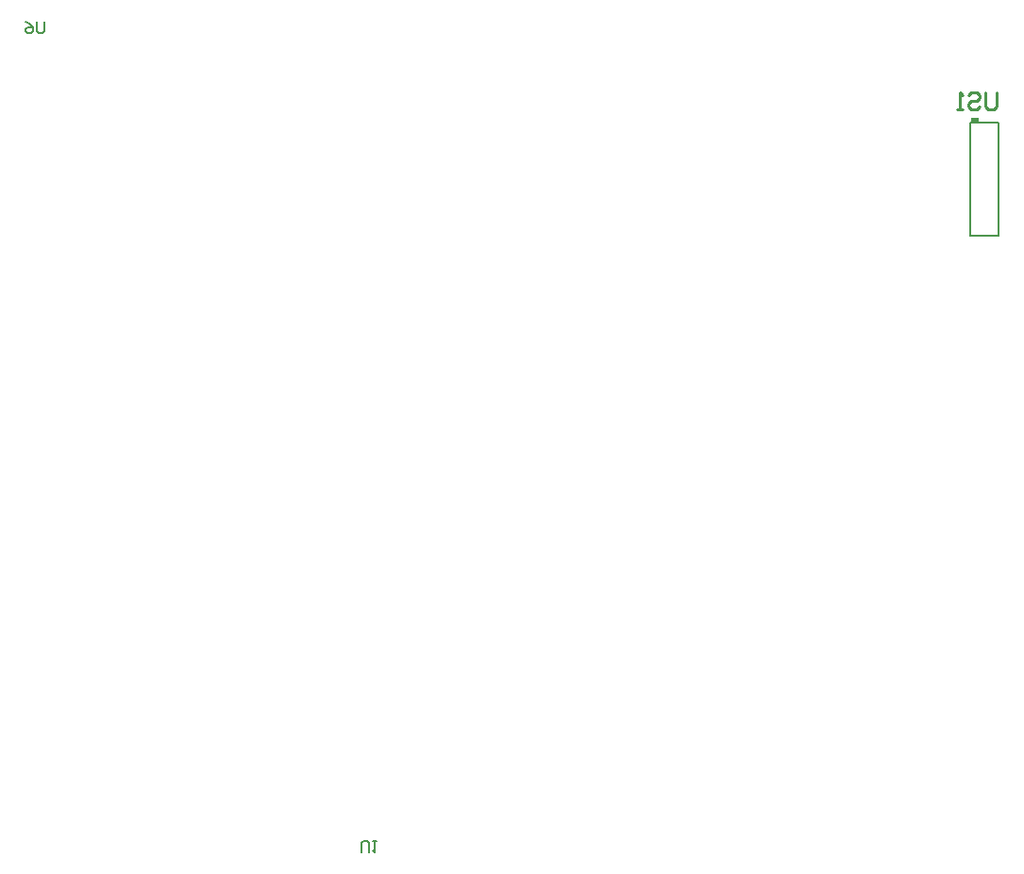
<source format=gbo>
%FSLAX25Y25*%
%MOIN*%
G70*
G01*
G75*
G04 Layer_Color=9218505*
%ADD10R,0.03740X0.03937*%
%ADD11P,0.04454X4X90.0*%
G04:AMPARAMS|DCode=12|XSize=37.4mil|YSize=39.37mil|CornerRadius=0mil|HoleSize=0mil|Usage=FLASHONLY|Rotation=315.000|XOffset=0mil|YOffset=0mil|HoleType=Round|Shape=Rectangle|*
%AMROTATEDRECTD12*
4,1,4,-0.02714,-0.00070,0.00070,0.02714,0.02714,0.00070,-0.00070,-0.02714,-0.02714,-0.00070,0.0*
%
%ADD12ROTATEDRECTD12*%

%ADD13R,0.04200X0.02500*%
G04:AMPARAMS|DCode=14|XSize=106.3mil|YSize=62.99mil|CornerRadius=0mil|HoleSize=0mil|Usage=FLASHONLY|Rotation=225.000|XOffset=0mil|YOffset=0mil|HoleType=Round|Shape=Rectangle|*
%AMROTATEDRECTD14*
4,1,4,0.01531,0.05985,0.05985,0.01531,-0.01531,-0.05985,-0.05985,-0.01531,0.01531,0.05985,0.0*
%
%ADD14ROTATEDRECTD14*%

G04:AMPARAMS|DCode=15|XSize=106.3mil|YSize=62.99mil|CornerRadius=0mil|HoleSize=0mil|Usage=FLASHONLY|Rotation=315.000|XOffset=0mil|YOffset=0mil|HoleType=Round|Shape=Rectangle|*
%AMROTATEDRECTD15*
4,1,4,-0.05985,0.01531,-0.01531,0.05985,0.05985,-0.01531,0.01531,-0.05985,-0.05985,0.01531,0.0*
%
%ADD15ROTATEDRECTD15*%

G04:AMPARAMS|DCode=16|XSize=15.75mil|YSize=33.47mil|CornerRadius=0mil|HoleSize=0mil|Usage=FLASHONLY|Rotation=135.000|XOffset=0mil|YOffset=0mil|HoleType=Round|Shape=Rectangle|*
%AMROTATEDRECTD16*
4,1,4,0.01740,0.00626,-0.00626,-0.01740,-0.01740,-0.00626,0.00626,0.01740,0.01740,0.00626,0.0*
%
%ADD16ROTATEDRECTD16*%

G04:AMPARAMS|DCode=17|XSize=15.75mil|YSize=33.47mil|CornerRadius=0mil|HoleSize=0mil|Usage=FLASHONLY|Rotation=225.000|XOffset=0mil|YOffset=0mil|HoleType=Round|Shape=Rectangle|*
%AMROTATEDRECTD17*
4,1,4,-0.00626,0.01740,0.01740,-0.00626,0.00626,-0.01740,-0.01740,0.00626,-0.00626,0.01740,0.0*
%
%ADD17ROTATEDRECTD17*%

%ADD18R,0.04331X0.02559*%
%ADD19R,0.03150X0.03150*%
%ADD20O,0.03937X0.09843*%
%ADD21O,0.09843X0.03937*%
%ADD22R,0.03937X0.09843*%
%ADD23R,0.03150X0.03150*%
%ADD24R,0.03937X0.03740*%
%ADD25R,0.03602X0.04803*%
%ADD26R,0.15000X0.11000*%
%ADD27R,0.01024X0.00630*%
%ADD28R,0.01024X0.02008*%
%ADD29C,0.01500*%
%ADD30C,0.02000*%
%ADD31C,0.07500*%
%ADD32C,0.04000*%
%ADD33C,0.03000*%
%ADD34C,0.02500*%
%ADD35C,0.05000*%
%ADD36C,0.01000*%
%ADD37C,0.10000*%
%ADD38C,0.11800*%
%ADD39R,0.06496X0.06496*%
%ADD40C,0.06496*%
%ADD41O,0.10000X0.06000*%
%ADD42R,0.10000X0.05500*%
%ADD43R,0.06693X0.06693*%
%ADD44C,0.06693*%
%ADD45R,0.06496X0.06496*%
%ADD46C,0.28000*%
%ADD47R,0.04000X0.07874*%
%ADD48O,0.04000X0.07874*%
%ADD49O,0.03937X0.07874*%
%ADD50O,0.09843X0.06000*%
%ADD51R,0.09843X0.06000*%
%ADD52C,0.16000*%
%ADD53R,0.06000X0.06000*%
%ADD54R,0.06000X0.06000*%
%ADD55C,0.04000*%
%ADD56C,0.05000*%
%ADD57C,0.04500*%
%ADD58C,0.00984*%
%ADD59C,0.01181*%
%ADD60C,0.00787*%
%ADD61C,0.00700*%
%ADD62C,0.00800*%
G04:AMPARAMS|DCode=63|XSize=19.69mil|YSize=62.99mil|CornerRadius=0mil|HoleSize=0mil|Usage=FLASHONLY|Rotation=45.000|XOffset=0mil|YOffset=0mil|HoleType=Round|Shape=Rectangle|*
%AMROTATEDRECTD63*
4,1,4,0.01531,-0.02923,-0.02923,0.01531,-0.01531,0.02923,0.02923,-0.01531,0.01531,-0.02923,0.0*
%
%ADD63ROTATEDRECTD63*%

%ADD64R,0.01000X0.11000*%
%ADD65R,0.10350X0.01000*%
%ADD66R,0.03000X0.01500*%
%ADD67R,0.01500X0.03000*%
%ADD68R,0.01968X0.06299*%
%ADD69R,0.06299X0.01969*%
%ADD70R,0.02000X0.09200*%
%ADD71R,0.24700X0.02000*%
%ADD72R,0.01969X0.06299*%
%ADD73R,0.06299X0.01968*%
%ADD74R,0.04140X0.04337*%
%ADD75P,0.05020X4X90.0*%
G04:AMPARAMS|DCode=76|XSize=41.4mil|YSize=43.37mil|CornerRadius=0mil|HoleSize=0mil|Usage=FLASHONLY|Rotation=315.000|XOffset=0mil|YOffset=0mil|HoleType=Round|Shape=Rectangle|*
%AMROTATEDRECTD76*
4,1,4,-0.02997,-0.00070,0.00070,0.02997,0.02997,0.00070,-0.00070,-0.02997,-0.02997,-0.00070,0.0*
%
%ADD76ROTATEDRECTD76*%

%ADD77R,0.04600X0.02900*%
G04:AMPARAMS|DCode=78|XSize=110.3mil|YSize=66.99mil|CornerRadius=0mil|HoleSize=0mil|Usage=FLASHONLY|Rotation=225.000|XOffset=0mil|YOffset=0mil|HoleType=Round|Shape=Rectangle|*
%AMROTATEDRECTD78*
4,1,4,0.01531,0.06268,0.06268,0.01531,-0.01531,-0.06268,-0.06268,-0.01531,0.01531,0.06268,0.0*
%
%ADD78ROTATEDRECTD78*%

G04:AMPARAMS|DCode=79|XSize=110.3mil|YSize=66.99mil|CornerRadius=0mil|HoleSize=0mil|Usage=FLASHONLY|Rotation=315.000|XOffset=0mil|YOffset=0mil|HoleType=Round|Shape=Rectangle|*
%AMROTATEDRECTD79*
4,1,4,-0.06268,0.01531,-0.01531,0.06268,0.06268,-0.01531,0.01531,-0.06268,-0.06268,0.01531,0.0*
%
%ADD79ROTATEDRECTD79*%

G04:AMPARAMS|DCode=80|XSize=19.75mil|YSize=37.47mil|CornerRadius=0mil|HoleSize=0mil|Usage=FLASHONLY|Rotation=135.000|XOffset=0mil|YOffset=0mil|HoleType=Round|Shape=Rectangle|*
%AMROTATEDRECTD80*
4,1,4,0.02023,0.00626,-0.00626,-0.02023,-0.02023,-0.00626,0.00626,0.02023,0.02023,0.00626,0.0*
%
%ADD80ROTATEDRECTD80*%

G04:AMPARAMS|DCode=81|XSize=19.75mil|YSize=37.47mil|CornerRadius=0mil|HoleSize=0mil|Usage=FLASHONLY|Rotation=225.000|XOffset=0mil|YOffset=0mil|HoleType=Round|Shape=Rectangle|*
%AMROTATEDRECTD81*
4,1,4,-0.00626,0.02023,0.02023,-0.00626,0.00626,-0.02023,-0.02023,0.00626,-0.00626,0.02023,0.0*
%
%ADD81ROTATEDRECTD81*%

%ADD82R,0.04731X0.02959*%
%ADD83R,0.03550X0.03550*%
%ADD84O,0.04337X0.10243*%
%ADD85O,0.10243X0.04337*%
%ADD86R,0.04337X0.10243*%
%ADD87R,0.03550X0.03550*%
%ADD88R,0.04337X0.04140*%
%ADD89R,0.04002X0.05203*%
%ADD90R,0.15400X0.11400*%
%ADD91R,0.01424X0.01030*%
%ADD92R,0.01424X0.02408*%
%ADD93C,0.12200*%
%ADD94O,0.10400X0.06400*%
%ADD95R,0.10400X0.05900*%
%ADD96R,0.07093X0.07093*%
%ADD97C,0.07093*%
%ADD98R,0.06896X0.06896*%
%ADD99C,0.06896*%
%ADD100R,0.06896X0.06896*%
%ADD101C,0.28400*%
%ADD102R,0.04400X0.08274*%
%ADD103O,0.04400X0.08274*%
%ADD104O,0.04337X0.08274*%
%ADD105O,0.10243X0.06400*%
%ADD106R,0.10243X0.06400*%
%ADD107C,0.16400*%
%ADD108R,0.06400X0.06400*%
%ADD109R,0.06400X0.06400*%
%ADD110C,0.04400*%
%ADD111C,0.05400*%
D36*
X365419Y-162044D02*
Y-167042D01*
X364419Y-168042D01*
X362420D01*
X361420Y-167042D01*
Y-162044D01*
X355422Y-163044D02*
X356422Y-162044D01*
X358421D01*
X359421Y-163044D01*
Y-164043D01*
X358421Y-165043D01*
X356422D01*
X355422Y-166043D01*
Y-167042D01*
X356422Y-168042D01*
X358421D01*
X359421Y-167042D01*
X353423Y-168042D02*
X351424D01*
X352423D01*
Y-162044D01*
X353423Y-163044D01*
D61*
X141038Y-430563D02*
Y-427231D01*
X141704Y-426565D01*
X143037D01*
X143704Y-427231D01*
Y-430563D01*
X145037Y-426565D02*
X146370D01*
X145703D01*
Y-430563D01*
X145037Y-429897D01*
X28934Y-137002D02*
Y-140334D01*
X28267Y-141001D01*
X26934D01*
X26268Y-140334D01*
Y-137002D01*
X22269D02*
X23602Y-137669D01*
X24935Y-139002D01*
Y-140334D01*
X24269Y-141001D01*
X22936D01*
X22269Y-140334D01*
Y-139668D01*
X22936Y-139002D01*
X24935D01*
D62*
X366000Y-212500D02*
Y-172500D01*
X356000Y-212500D02*
X366000D01*
X356000D02*
Y-172500D01*
X366000D01*
D66*
X357500Y-171749D02*
D03*
M02*

</source>
